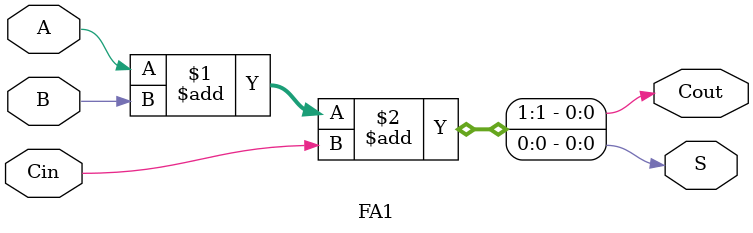
<source format=sv>
module FA1
(
    input wire A,B,Cin,
    output wire S, Cout
);

assign {Cout, S} = A + B + Cin;

endmodule





</source>
